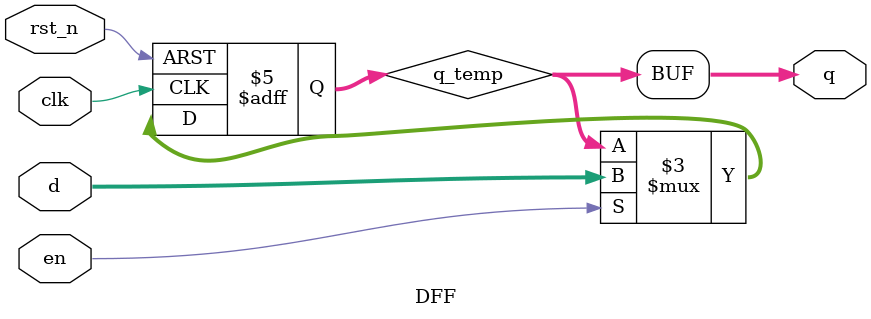
<source format=v>
module DFF #(
    parameter DATA_WIDTH = 16
    )
    (
    // port
    input   clk,
    input   rst_n,
    input   en,
    
    input   [DATA_WIDTH-1:0]    d,
    output  [DATA_WIDTH-1:0]    q

    );
    
    // wire & reg
    reg     [DATA_WIDTH-1:0]    q_temp;
    
    // flipflop update
    always @(posedge clk, negedge rst_n) begin
        if (!rst_n) begin
            q_temp <= {(DATA_WIDTH){1'b0}};
        end else if (en) begin
            q_temp <= d;
        end
    end

    // output assignment
    assign q = q_temp;

endmodule
</source>
